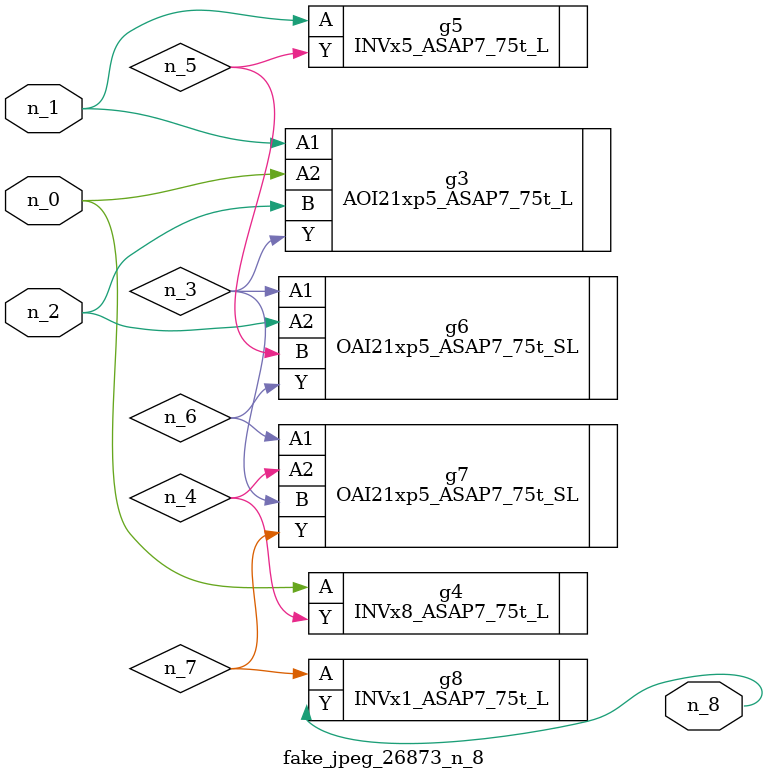
<source format=v>
module fake_jpeg_26873_n_8 (n_0, n_2, n_1, n_8);

input n_0;
input n_2;
input n_1;

output n_8;

wire n_3;
wire n_4;
wire n_6;
wire n_5;
wire n_7;

AOI21xp5_ASAP7_75t_L g3 ( 
.A1(n_1),
.A2(n_0),
.B(n_2),
.Y(n_3)
);

INVx8_ASAP7_75t_L g4 ( 
.A(n_0),
.Y(n_4)
);

INVx5_ASAP7_75t_L g5 ( 
.A(n_1),
.Y(n_5)
);

OAI21xp5_ASAP7_75t_SL g6 ( 
.A1(n_3),
.A2(n_2),
.B(n_5),
.Y(n_6)
);

OAI21xp5_ASAP7_75t_SL g7 ( 
.A1(n_6),
.A2(n_4),
.B(n_3),
.Y(n_7)
);

INVx1_ASAP7_75t_L g8 ( 
.A(n_7),
.Y(n_8)
);


endmodule
</source>
